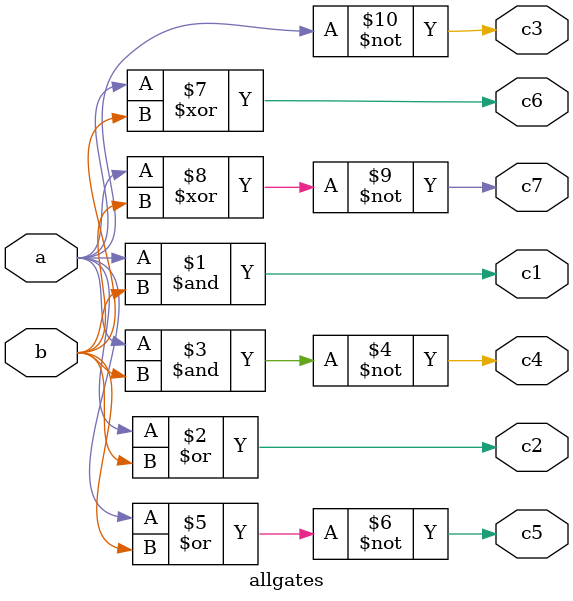
<source format=v>
`timescale 1ns / 1ps


module allgates(
    input a,
    input b,
    output c1,
    output c2,
    output c3,
    output c4,
    output c5,
    output c6,
    output c7
    );
    and(c1,a,b);
    or(c2,a,b);
    not(c3,a);
    nand(c4,a,b);
    nor(c5,a,b);
    xor(c6,a,b);
    xnor(c7,a,b);
endmodule

</source>
